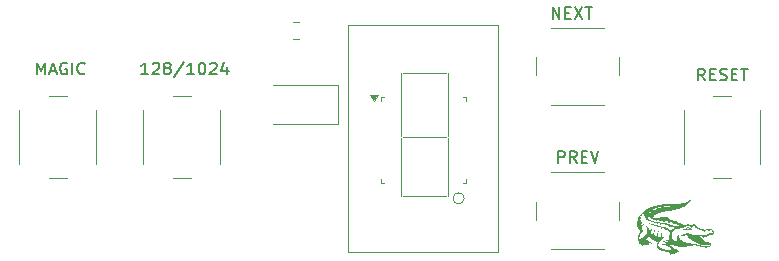
<source format=gbr>
G04 This is an RS-274x file exported by *
G04 gerbv version 2.10.0 *
G04 More information is available about gerbv at *
G04 https://gerbv.github.io/ *
G04 --End of header info--*
%MOIN*%
%FSLAX36Y36*%
%IPPOS*%
G04 --Define apertures--*
%ADD10C,0.0059*%
%ADD11C,0.0000*%
%ADD12C,0.0047*%
G04 --Start main section--*
G54D10*
G01X5065148Y-3147828D02*
G01X5042651Y-3147828D01*
G01X5053899Y-3147828D02*
G01X5053899Y-3108457D01*
G01X5053899Y-3108457D02*
G01X5050150Y-3114082D01*
G01X5050150Y-3114082D02*
G01X5046400Y-3117831D01*
G01X5046400Y-3117831D02*
G01X5042651Y-3119706D01*
G01X5080146Y-3112207D02*
G01X5082021Y-3110332D01*
G01X5082021Y-3110332D02*
G01X5085771Y-3108457D01*
G01X5085771Y-3108457D02*
G01X5095144Y-3108457D01*
G01X5095144Y-3108457D02*
G01X5098894Y-3110332D01*
G01X5098894Y-3110332D02*
G01X5100769Y-3112207D01*
G01X5100769Y-3112207D02*
G01X5102643Y-3115956D01*
G01X5102643Y-3115956D02*
G01X5102643Y-3119706D01*
G01X5102643Y-3119706D02*
G01X5100769Y-3125330D01*
G01X5100769Y-3125330D02*
G01X5078271Y-3147828D01*
G01X5078271Y-3147828D02*
G01X5102643Y-3147828D01*
G01X5125141Y-3125330D02*
G01X5121391Y-3123456D01*
G01X5121391Y-3123456D02*
G01X5119516Y-3121581D01*
G01X5119516Y-3121581D02*
G01X5117642Y-3117831D01*
G01X5117642Y-3117831D02*
G01X5117642Y-3115956D01*
G01X5117642Y-3115956D02*
G01X5119516Y-3112207D01*
G01X5119516Y-3112207D02*
G01X5121391Y-3110332D01*
G01X5121391Y-3110332D02*
G01X5125141Y-3108457D01*
G01X5125141Y-3108457D02*
G01X5132640Y-3108457D01*
G01X5132640Y-3108457D02*
G01X5136389Y-3110332D01*
G01X5136389Y-3110332D02*
G01X5138264Y-3112207D01*
G01X5138264Y-3112207D02*
G01X5140139Y-3115956D01*
G01X5140139Y-3115956D02*
G01X5140139Y-3117831D01*
G01X5140139Y-3117831D02*
G01X5138264Y-3121581D01*
G01X5138264Y-3121581D02*
G01X5136389Y-3123456D01*
G01X5136389Y-3123456D02*
G01X5132640Y-3125330D01*
G01X5132640Y-3125330D02*
G01X5125141Y-3125330D01*
G01X5125141Y-3125330D02*
G01X5121391Y-3127205D01*
G01X5121391Y-3127205D02*
G01X5119516Y-3129080D01*
G01X5119516Y-3129080D02*
G01X5117642Y-3132829D01*
G01X5117642Y-3132829D02*
G01X5117642Y-3140328D01*
G01X5117642Y-3140328D02*
G01X5119516Y-3144078D01*
G01X5119516Y-3144078D02*
G01X5121391Y-3145953D01*
G01X5121391Y-3145953D02*
G01X5125141Y-3147828D01*
G01X5125141Y-3147828D02*
G01X5132640Y-3147828D01*
G01X5132640Y-3147828D02*
G01X5136389Y-3145953D01*
G01X5136389Y-3145953D02*
G01X5138264Y-3144078D01*
G01X5138264Y-3144078D02*
G01X5140139Y-3140328D01*
G01X5140139Y-3140328D02*
G01X5140139Y-3132829D01*
G01X5140139Y-3132829D02*
G01X5138264Y-3129080D01*
G01X5138264Y-3129080D02*
G01X5136389Y-3127205D01*
G01X5136389Y-3127205D02*
G01X5132640Y-3125330D01*
G01X5185133Y-3106583D02*
G01X5151387Y-3157201D01*
G01X5218879Y-3147828D02*
G01X5196382Y-3147828D01*
G01X5207630Y-3147828D02*
G01X5207630Y-3108457D01*
G01X5207630Y-3108457D02*
G01X5203881Y-3114082D01*
G01X5203881Y-3114082D02*
G01X5200131Y-3117831D01*
G01X5200131Y-3117831D02*
G01X5196382Y-3119706D01*
G01X5243251Y-3108457D02*
G01X5247000Y-3108457D01*
G01X5247000Y-3108457D02*
G01X5250750Y-3110332D01*
G01X5250750Y-3110332D02*
G01X5252625Y-3112207D01*
G01X5252625Y-3112207D02*
G01X5254499Y-3115956D01*
G01X5254499Y-3115956D02*
G01X5256374Y-3123456D01*
G01X5256374Y-3123456D02*
G01X5256374Y-3132829D01*
G01X5256374Y-3132829D02*
G01X5254499Y-3140328D01*
G01X5254499Y-3140328D02*
G01X5252625Y-3144078D01*
G01X5252625Y-3144078D02*
G01X5250750Y-3145953D01*
G01X5250750Y-3145953D02*
G01X5247000Y-3147828D01*
G01X5247000Y-3147828D02*
G01X5243251Y-3147828D01*
G01X5243251Y-3147828D02*
G01X5239501Y-3145953D01*
G01X5239501Y-3145953D02*
G01X5237627Y-3144078D01*
G01X5237627Y-3144078D02*
G01X5235752Y-3140328D01*
G01X5235752Y-3140328D02*
G01X5233877Y-3132829D01*
G01X5233877Y-3132829D02*
G01X5233877Y-3123456D01*
G01X5233877Y-3123456D02*
G01X5235752Y-3115956D01*
G01X5235752Y-3115956D02*
G01X5237627Y-3112207D01*
G01X5237627Y-3112207D02*
G01X5239501Y-3110332D01*
G01X5239501Y-3110332D02*
G01X5243251Y-3108457D01*
G01X5271372Y-3112207D02*
G01X5273247Y-3110332D01*
G01X5273247Y-3110332D02*
G01X5276997Y-3108457D01*
G01X5276997Y-3108457D02*
G01X5286370Y-3108457D01*
G01X5286370Y-3108457D02*
G01X5290120Y-3110332D01*
G01X5290120Y-3110332D02*
G01X5291995Y-3112207D01*
G01X5291995Y-3112207D02*
G01X5293869Y-3115956D01*
G01X5293869Y-3115956D02*
G01X5293869Y-3119706D01*
G01X5293869Y-3119706D02*
G01X5291995Y-3125330D01*
G01X5291995Y-3125330D02*
G01X5269498Y-3147828D01*
G01X5269498Y-3147828D02*
G01X5293869Y-3147828D01*
G01X5327615Y-3121581D02*
G01X5327615Y-3147828D01*
G01X5318241Y-3106583D02*
G01X5308868Y-3134704D01*
G01X5308868Y-3134704D02*
G01X5333240Y-3134704D01*
G01X4694882Y-3147828D02*
G01X4694882Y-3108457D01*
G01X4694882Y-3108457D02*
G01X4708005Y-3136579D01*
G01X4708005Y-3136579D02*
G01X4721129Y-3108457D01*
G01X4721129Y-3108457D02*
G01X4721129Y-3147828D01*
G01X4738001Y-3136579D02*
G01X4756749Y-3136579D01*
G01X4734252Y-3147828D02*
G01X4747375Y-3108457D01*
G01X4747375Y-3108457D02*
G01X4760499Y-3147828D01*
G01X4794244Y-3110332D02*
G01X4790495Y-3108457D01*
G01X4790495Y-3108457D02*
G01X4784871Y-3108457D01*
G01X4784871Y-3108457D02*
G01X4779246Y-3110332D01*
G01X4779246Y-3110332D02*
G01X4775497Y-3114082D01*
G01X4775497Y-3114082D02*
G01X4773622Y-3117831D01*
G01X4773622Y-3117831D02*
G01X4771747Y-3125330D01*
G01X4771747Y-3125330D02*
G01X4771747Y-3130955D01*
G01X4771747Y-3130955D02*
G01X4773622Y-3138454D01*
G01X4773622Y-3138454D02*
G01X4775497Y-3142203D01*
G01X4775497Y-3142203D02*
G01X4779246Y-3145953D01*
G01X4779246Y-3145953D02*
G01X4784871Y-3147828D01*
G01X4784871Y-3147828D02*
G01X4788620Y-3147828D01*
G01X4788620Y-3147828D02*
G01X4794244Y-3145953D01*
G01X4794244Y-3145953D02*
G01X4796119Y-3144078D01*
G01X4796119Y-3144078D02*
G01X4796119Y-3130955D01*
G01X4796119Y-3130955D02*
G01X4788620Y-3130955D01*
G01X4812992Y-3147828D02*
G01X4812992Y-3108457D01*
G01X4854237Y-3144078D02*
G01X4852362Y-3145953D01*
G01X4852362Y-3145953D02*
G01X4846738Y-3147828D01*
G01X4846738Y-3147828D02*
G01X4842988Y-3147828D01*
G01X4842988Y-3147828D02*
G01X4837364Y-3145953D01*
G01X4837364Y-3145953D02*
G01X4833615Y-3142203D01*
G01X4833615Y-3142203D02*
G01X4831740Y-3138454D01*
G01X4831740Y-3138454D02*
G01X4829865Y-3130955D01*
G01X4829865Y-3130955D02*
G01X4829865Y-3125330D01*
G01X4829865Y-3125330D02*
G01X4831740Y-3117831D01*
G01X4831740Y-3117831D02*
G01X4833615Y-3114082D01*
G01X4833615Y-3114082D02*
G01X4837364Y-3110332D01*
G01X4837364Y-3110332D02*
G01X4842988Y-3108457D01*
G01X4842988Y-3108457D02*
G01X4846738Y-3108457D01*
G01X4846738Y-3108457D02*
G01X4852362Y-3110332D01*
G01X4852362Y-3110332D02*
G01X4854237Y-3112207D01*
G01X6921166Y-3167513D02*
G01X6908043Y-3148765D01*
G01X6898669Y-3167513D02*
G01X6898669Y-3128142D01*
G01X6898669Y-3128142D02*
G01X6913667Y-3128142D01*
G01X6913667Y-3128142D02*
G01X6917417Y-3130017D01*
G01X6917417Y-3130017D02*
G01X6919291Y-3131892D01*
G01X6919291Y-3131892D02*
G01X6921166Y-3135642D01*
G01X6921166Y-3135642D02*
G01X6921166Y-3141266D01*
G01X6921166Y-3141266D02*
G01X6919291Y-3145015D01*
G01X6919291Y-3145015D02*
G01X6917417Y-3146890D01*
G01X6917417Y-3146890D02*
G01X6913667Y-3148765D01*
G01X6913667Y-3148765D02*
G01X6898669Y-3148765D01*
G01X6938039Y-3146890D02*
G01X6951162Y-3146890D01*
G01X6956787Y-3167513D02*
G01X6938039Y-3167513D01*
G01X6938039Y-3167513D02*
G01X6938039Y-3128142D01*
G01X6938039Y-3128142D02*
G01X6956787Y-3128142D01*
G01X6971785Y-3165638D02*
G01X6977409Y-3167513D01*
G01X6977409Y-3167513D02*
G01X6986783Y-3167513D01*
G01X6986783Y-3167513D02*
G01X6990532Y-3165638D01*
G01X6990532Y-3165638D02*
G01X6992407Y-3163763D01*
G01X6992407Y-3163763D02*
G01X6994282Y-3160013D01*
G01X6994282Y-3160013D02*
G01X6994282Y-3156264D01*
G01X6994282Y-3156264D02*
G01X6992407Y-3152514D01*
G01X6992407Y-3152514D02*
G01X6990532Y-3150640D01*
G01X6990532Y-3150640D02*
G01X6986783Y-3148765D01*
G01X6986783Y-3148765D02*
G01X6979284Y-3146890D01*
G01X6979284Y-3146890D02*
G01X6975534Y-3145015D01*
G01X6975534Y-3145015D02*
G01X6973660Y-3143141D01*
G01X6973660Y-3143141D02*
G01X6971785Y-3139391D01*
G01X6971785Y-3139391D02*
G01X6971785Y-3135642D01*
G01X6971785Y-3135642D02*
G01X6973660Y-3131892D01*
G01X6973660Y-3131892D02*
G01X6975534Y-3130017D01*
G01X6975534Y-3130017D02*
G01X6979284Y-3128142D01*
G01X6979284Y-3128142D02*
G01X6988658Y-3128142D01*
G01X6988658Y-3128142D02*
G01X6994282Y-3130017D01*
G01X7011155Y-3146890D02*
G01X7024278Y-3146890D01*
G01X7029902Y-3167513D02*
G01X7011155Y-3167513D01*
G01X7011155Y-3167513D02*
G01X7011155Y-3128142D01*
G01X7011155Y-3128142D02*
G01X7029902Y-3128142D01*
G01X7041151Y-3128142D02*
G01X7063648Y-3128142D01*
G01X7052400Y-3167513D02*
G01X7052400Y-3128142D01*
G01X6431384Y-3443103D02*
G01X6431384Y-3403733D01*
G01X6431384Y-3403733D02*
G01X6446382Y-3403733D01*
G01X6446382Y-3403733D02*
G01X6450131Y-3405608D01*
G01X6450131Y-3405608D02*
G01X6452006Y-3407483D01*
G01X6452006Y-3407483D02*
G01X6453881Y-3411232D01*
G01X6453881Y-3411232D02*
G01X6453881Y-3416856D01*
G01X6453881Y-3416856D02*
G01X6452006Y-3420606D01*
G01X6452006Y-3420606D02*
G01X6450131Y-3422481D01*
G01X6450131Y-3422481D02*
G01X6446382Y-3424355D01*
G01X6446382Y-3424355D02*
G01X6431384Y-3424355D01*
G01X6493251Y-3443103D02*
G01X6480127Y-3424355D01*
G01X6470754Y-3443103D02*
G01X6470754Y-3403733D01*
G01X6470754Y-3403733D02*
G01X6485752Y-3403733D01*
G01X6485752Y-3403733D02*
G01X6489501Y-3405608D01*
G01X6489501Y-3405608D02*
G01X6491376Y-3407483D01*
G01X6491376Y-3407483D02*
G01X6493251Y-3411232D01*
G01X6493251Y-3411232D02*
G01X6493251Y-3416856D01*
G01X6493251Y-3416856D02*
G01X6491376Y-3420606D01*
G01X6491376Y-3420606D02*
G01X6489501Y-3422481D01*
G01X6489501Y-3422481D02*
G01X6485752Y-3424355D01*
G01X6485752Y-3424355D02*
G01X6470754Y-3424355D01*
G01X6510124Y-3422481D02*
G01X6523247Y-3422481D01*
G01X6528871Y-3443103D02*
G01X6510124Y-3443103D01*
G01X6510124Y-3443103D02*
G01X6510124Y-3403733D01*
G01X6510124Y-3403733D02*
G01X6528871Y-3403733D01*
G01X6540120Y-3403733D02*
G01X6553243Y-3443103D01*
G01X6553243Y-3443103D02*
G01X6566367Y-3403733D01*
G01X6413573Y-2962788D02*
G01X6413573Y-2923418D01*
G01X6413573Y-2923418D02*
G01X6436070Y-2962788D01*
G01X6436070Y-2962788D02*
G01X6436070Y-2923418D01*
G01X6454818Y-2942166D02*
G01X6467941Y-2942166D01*
G01X6473566Y-2962788D02*
G01X6454818Y-2962788D01*
G01X6454818Y-2962788D02*
G01X6454818Y-2923418D01*
G01X6454818Y-2923418D02*
G01X6473566Y-2923418D01*
G01X6486689Y-2923418D02*
G01X6512936Y-2962788D01*
G01X6512936Y-2923418D02*
G01X6486689Y-2962788D01*
G01X6522310Y-2923418D02*
G01X6544807Y-2923418D01*
G01X6533558Y-2962788D02*
G01X6533558Y-2923418D01*
G54D11*
G36*
G01X6874306Y-3565092D02*
G01X6873547Y-3566489D01*
G01X6872469Y-3568285D01*
G01X6871223Y-3570229D01*
G01X6869963Y-3572071D01*
G01X6869614Y-3572553D01*
G01X6867771Y-3574789D01*
G01X6865321Y-3577383D01*
G01X6862552Y-3580055D01*
G01X6859752Y-3582529D01*
G01X6857295Y-3584462D01*
G01X6854438Y-3586301D01*
G01X6850787Y-3588297D01*
G01X6846609Y-3590317D01*
G01X6842168Y-3592229D01*
G01X6840414Y-3592919D01*
G01X6835255Y-3594680D01*
G01X6829035Y-3596424D01*
G01X6821789Y-3598143D01*
G01X6813553Y-3599829D01*
G01X6804363Y-3601472D01*
G01X6803386Y-3601635D01*
G01X6799072Y-3602362D01*
G01X6794789Y-3603108D01*
G01X6790750Y-3603834D01*
G01X6787173Y-3604500D01*
G01X6784272Y-3605067D01*
G01X6782437Y-3605455D01*
G01X6776846Y-3606909D01*
G01X6771218Y-3608719D01*
G01X6765767Y-3610795D01*
G01X6760707Y-3613047D01*
G01X6756254Y-3615385D01*
G01X6752621Y-3617719D01*
G01X6751843Y-3618309D01*
G01X6750232Y-3619788D01*
G01X6748801Y-3621463D01*
G01X6747699Y-3623107D01*
G01X6747073Y-3624493D01*
G01X6747073Y-3625394D01*
G01X6747148Y-3625485D01*
G01X6747890Y-3625874D01*
G01X6749323Y-3626436D01*
G01X6750570Y-3626864D01*
G01X6752768Y-3627388D01*
G01X6755248Y-3627580D01*
G01X6758171Y-3627427D01*
G01X6761698Y-3626914D01*
G01X6765988Y-3626029D01*
G01X6769100Y-3625288D01*
G01X6775590Y-3623809D01*
G01X6781168Y-3622817D01*
G01X6785904Y-3622307D01*
G01X6789865Y-3622275D01*
G01X6793122Y-3622717D01*
G01X6795744Y-3623630D01*
G01X6795887Y-3623702D01*
G01X6797185Y-3624589D01*
G01X6798926Y-3626081D01*
G01X6800847Y-3627941D01*
G01X6802122Y-3629296D01*
G01X6804013Y-3631269D01*
G01X6805899Y-3633032D01*
G01X6807519Y-3634350D01*
G01X6808337Y-3634873D01*
G01X6810522Y-3635988D01*
G01X6810142Y-3633739D01*
G01X6809762Y-3631490D01*
G01X6812789Y-3632829D01*
G01X6814581Y-3633719D01*
G01X6816664Y-3634899D01*
G01X6818781Y-3636205D01*
G01X6820676Y-3637473D01*
G01X6822094Y-3638539D01*
G01X6822753Y-3639199D01*
G01X6823548Y-3639706D01*
G01X6823884Y-3639750D01*
G01X6824443Y-3639343D01*
G01X6824666Y-3638037D01*
G01X6824675Y-3637556D01*
G01X6824789Y-3636181D01*
G01X6825074Y-3635417D01*
G01X6825189Y-3635361D01*
G01X6825875Y-3635687D01*
G01X6827187Y-3636555D01*
G01X6828912Y-3637802D01*
G01X6830837Y-3639265D01*
G01X6832747Y-3640781D01*
G01X6834429Y-3642186D01*
G01X6835670Y-3643318D01*
G01X6835867Y-3643519D01*
G01X6837141Y-3644645D01*
G01X6837944Y-3644798D01*
G01X6838332Y-3643967D01*
G01X6838388Y-3643041D01*
G01X6838559Y-3641787D01*
G01X6838932Y-3641124D01*
G01X6839722Y-3641227D01*
G01X6841146Y-3641988D01*
G01X6843047Y-3643301D01*
G01X6845272Y-3645063D01*
G01X6846981Y-3646545D01*
G01X6848545Y-3647895D01*
G01X6849723Y-3648653D01*
G01X6850918Y-3648989D01*
G01X6852533Y-3649073D01*
G01X6853005Y-3649075D01*
G01X6855886Y-3648809D01*
G01X6858714Y-3648117D01*
G01X6859102Y-3647978D01*
G01X6862118Y-3647112D01*
G01X6864896Y-3647010D01*
G01X6867839Y-3647682D01*
G01X6869381Y-3648263D01*
G01X6871632Y-3649122D01*
G01X6873342Y-3649505D01*
G01X6874932Y-3649411D01*
G01X6876827Y-3648841D01*
G01X6878327Y-3648252D01*
G01X6881495Y-3647280D01*
G01X6884580Y-3646903D01*
G01X6887279Y-3647137D01*
G01X6888745Y-3647657D01*
G01X6890675Y-3649062D01*
G01X6892846Y-3651326D01*
G01X6895104Y-3654286D01*
G01X6895430Y-3654765D01*
G01X6896502Y-3656125D01*
G01X6897847Y-3657330D01*
G01X6899618Y-3658462D01*
G01X6901965Y-3659600D01*
G01X6905041Y-3660827D01*
G01X6908995Y-3662223D01*
G01X6909994Y-3662559D01*
G01X6914027Y-3663803D01*
G01X6917328Y-3664552D01*
G01X6920131Y-3664826D01*
G01X6922673Y-3664645D01*
G01X6925188Y-3664030D01*
G01X6925566Y-3663906D01*
G01X6928148Y-3663178D01*
G01X6930276Y-3662961D01*
G01X6931688Y-3663069D01*
G01X6933657Y-3663188D01*
G01X6935092Y-3662836D01*
G01X6935771Y-3662454D01*
G01X6937793Y-3661681D01*
G01X6940279Y-3661506D01*
G01X6942777Y-3661924D01*
G01X6944301Y-3662570D01*
G01X6945778Y-3663790D01*
G01X6947062Y-3665433D01*
G01X6947275Y-3665813D01*
G01X6948265Y-3667426D01*
G01X6949359Y-3668755D01*
G01X6949617Y-3668991D01*
G01X6951408Y-3671152D01*
G01X6952358Y-3673893D01*
G01X6952486Y-3675443D01*
G01X6952349Y-3676977D01*
G01X6951795Y-3678215D01*
G01X6950610Y-3679601D01*
G01X6950356Y-3679858D01*
G01X6949266Y-3680910D01*
G01X6948369Y-3681542D01*
G01X6947335Y-3681861D01*
G01X6945834Y-3681974D01*
G01X6943785Y-3681988D01*
G01X6941020Y-3682082D01*
G01X6938793Y-3682434D01*
G01X6936555Y-3683145D01*
G01X6935680Y-3683492D01*
G01X6933570Y-3684486D01*
G01X6932198Y-3685403D01*
G01X6931757Y-3685991D01*
G01X6931213Y-3686697D01*
G01X6930740Y-3686696D01*
G01X6929703Y-3686690D01*
G01X6928628Y-3687023D01*
G01X6927653Y-3687724D01*
G01X6927555Y-3688742D01*
G01X6927597Y-3688928D01*
G01X6927632Y-3689968D01*
G01X6927261Y-3690216D01*
G01X6926592Y-3689760D01*
G01X6926337Y-3689203D01*
G01X6925723Y-3688462D01*
G01X6924744Y-3688385D01*
G01X6923827Y-3688875D01*
G01X6923396Y-3689834D01*
G01X6923396Y-3689869D01*
G01X6923318Y-3690676D01*
G01X6922967Y-3690482D01*
G01X6922649Y-3690079D01*
G01X6921569Y-3689363D01*
G01X6920274Y-3689119D01*
G01X6919137Y-3689231D01*
G01X6918803Y-3689755D01*
G01X6918890Y-3690490D01*
G01X6918894Y-3691511D01*
G01X6918576Y-3691862D01*
G01X6918103Y-3691387D01*
G01X6917827Y-3690353D01*
G01X6917477Y-3689223D01*
G01X6916587Y-3688854D01*
G01X6916287Y-3688845D01*
G01X6915231Y-3689097D01*
G01X6914683Y-3690054D01*
G01X6914577Y-3690490D01*
G01X6914234Y-3692136D01*
G01X6913819Y-3690360D01*
G01X6913333Y-3689233D01*
G01X6912369Y-3688410D01*
G01X6910760Y-3687821D01*
G01X6908338Y-3687396D01*
G01X6906134Y-3687165D01*
G01X6904336Y-3687018D01*
G01X6903481Y-3687022D01*
G01X6903420Y-3687231D01*
G01X6904004Y-3687697D01*
G01X6904214Y-3687846D01*
G01X6905112Y-3688579D01*
G01X6906606Y-3689903D01*
G01X6908502Y-3691642D01*
G01X6910608Y-3693622D01*
G01X6911071Y-3694063D01*
G01X6914423Y-3697189D01*
G01X6917308Y-3699679D01*
G01X6919976Y-3701724D01*
G01X6922681Y-3703518D01*
G01X6925672Y-3705252D01*
G01X6925744Y-3705291D01*
G01X6927858Y-3706362D01*
G01X6929094Y-3706776D01*
G01X6929459Y-3706586D01*
G01X6929740Y-3706448D01*
G01X6930413Y-3707079D01*
G01X6930524Y-3707219D01*
G01X6931576Y-3708589D01*
G01X6932101Y-3707219D01*
G01X6932625Y-3705850D01*
G01X6933217Y-3707358D01*
G01X6933808Y-3708569D01*
G01X6934293Y-3708728D01*
G01X6934791Y-3707857D01*
G01X6934867Y-3707658D01*
G01X6935202Y-3706899D01*
G01X6935518Y-3706970D01*
G01X6936047Y-3707949D01*
G01X6936106Y-3708069D01*
G01X6937064Y-3709321D01*
G01X6937960Y-3709593D01*
G01X6939074Y-3709959D01*
G01X6940347Y-3711029D01*
G01X6941502Y-3712500D01*
G01X6942261Y-3714068D01*
G01X6942344Y-3714378D01*
G01X6942300Y-3716548D01*
G01X6941279Y-3718601D01*
G01X6939401Y-3720469D01*
G01X6936784Y-3722085D01*
G01X6933548Y-3723379D01*
G01X6929812Y-3724284D01*
G01X6925695Y-3724732D01*
G01X6924170Y-3724768D01*
G01X6922644Y-3724729D01*
G01X6921010Y-3724587D01*
G01X6919117Y-3724314D01*
G01X6916815Y-3723879D01*
G01X6913952Y-3723254D01*
G01X6910378Y-3722410D01*
G01X6905941Y-3721316D01*
G01X6904422Y-3720936D01*
G01X6900413Y-3719944D01*
G01X6896681Y-3719047D01*
G01X6893377Y-3718280D01*
G01X6890656Y-3717677D01*
G01X6888668Y-3717273D01*
G01X6887567Y-3717102D01*
G01X6887483Y-3717098D01*
G01X6886492Y-3717191D01*
G01X6884592Y-3717450D01*
G01X6881957Y-3717849D01*
G01X6878756Y-3718362D01*
G01X6875164Y-3718962D01*
G01X6872672Y-3719390D01*
G01X6868502Y-3720110D01*
G01X6865154Y-3720661D01*
G01X6862370Y-3721066D01*
G01X6859894Y-3721348D01*
G01X6857466Y-3721528D01*
G01X6854830Y-3721631D01*
G01X6851728Y-3721679D01*
G01X6847902Y-3721694D01*
G01X6846616Y-3721696D01*
G01X6842445Y-3721694D01*
G01X6839165Y-3721666D01*
G01X6836571Y-3721598D01*
G01X6834457Y-3721471D01*
G01X6832616Y-3721272D01*
G01X6830844Y-3720983D01*
G01X6828935Y-3720588D01*
G01X6827143Y-3720179D01*
G01X6824205Y-3719444D01*
G01X6821299Y-3718627D01*
G01X6818792Y-3717838D01*
G01X6817269Y-3717277D01*
G01X6815490Y-3716570D01*
G01X6814094Y-3716076D01*
G01X6813429Y-3715910D01*
G01X6812358Y-3716026D01*
G01X6810782Y-3716315D01*
G01X6809033Y-3716701D01*
G01X6807441Y-3717107D01*
G01X6806335Y-3717455D01*
G01X6806024Y-3717639D01*
G01X6806471Y-3718068D01*
G01X6807591Y-3718723D01*
G01X6808081Y-3718966D01*
G01X6810351Y-3720199D01*
G01X6813084Y-3721915D01*
G01X6815924Y-3723869D01*
G01X6818509Y-3725820D01*
G01X6819805Y-3726901D01*
G01X6822635Y-3728854D01*
G01X6824999Y-3729762D01*
G01X6828923Y-3731139D01*
G01X6832181Y-3733143D01*
G01X6834625Y-3735672D01*
G01X6835418Y-3736952D01*
G01X6836087Y-3738438D01*
G01X6836064Y-3739146D01*
G01X6835305Y-3739184D01*
G01X6834599Y-3738972D01*
G01X6832941Y-3738640D01*
G01X6831051Y-3738578D01*
G01X6830896Y-3738589D01*
G01X6829523Y-3738796D01*
G01X6828984Y-3739225D01*
G01X6828980Y-3739859D01*
G01X6829161Y-3741080D01*
G01X6829385Y-3742811D01*
G01X6829457Y-3743418D01*
G01X6829743Y-3745880D01*
G01X6827186Y-3743524D01*
G01X6825642Y-3742195D01*
G01X6824479Y-3741512D01*
G01X6823344Y-3741306D01*
G01X6822595Y-3741336D01*
G01X6820561Y-3741505D01*
G01X6820219Y-3744680D01*
G01X6819986Y-3746445D01*
G01X6819734Y-3747726D01*
G01X6819567Y-3748166D01*
G01X6819065Y-3747974D01*
G01X6818122Y-3747140D01*
G01X6817449Y-3746418D01*
G01X6815656Y-3744771D01*
G01X6813647Y-3743529D01*
G01X6811795Y-3742909D01*
G01X6811367Y-3742876D01*
G01X6810760Y-3743333D01*
G01X6809915Y-3744521D01*
G01X6809161Y-3745893D01*
G01X6808164Y-3747686D01*
G01X6807336Y-3748718D01*
G01X6806770Y-3748908D01*
G01X6806559Y-3748225D01*
G01X6806151Y-3747100D01*
G01X6805110Y-3745558D01*
G01X6803665Y-3743861D01*
G01X6802043Y-3742273D01*
G01X6800472Y-3741056D01*
G01X6800227Y-3740906D01*
G01X6798700Y-3740160D01*
G01X6796749Y-3739509D01*
G01X6794160Y-3738895D01*
G01X6790719Y-3738258D01*
G01X6790187Y-3738169D01*
G01X6783252Y-3736741D01*
G01X6777318Y-3734919D01*
G01X6772358Y-3732684D01*
G01X6768341Y-3730019D01*
G01X6765239Y-3726907D01*
G01X6763024Y-3723330D01*
G01X6762078Y-3720852D01*
G01X6761347Y-3717632D01*
G01X6761291Y-3714677D01*
G01X6761931Y-3711582D01*
G01X6762746Y-3709270D01*
G01X6763396Y-3707283D01*
G01X6763429Y-3706097D01*
G01X6762839Y-3705601D01*
G01X6762519Y-3705570D01*
G01X6761799Y-3705341D01*
G01X6760307Y-3704717D01*
G01X6758257Y-3703794D01*
G01X6755860Y-3702662D01*
G01X6755665Y-3702569D01*
G01X6748237Y-3698599D01*
G01X6741060Y-3694035D01*
G01X6736419Y-3690627D01*
G01X6734578Y-3689250D01*
G01X6733394Y-3688545D01*
G01X6732721Y-3688435D01*
G01X6732491Y-3688640D01*
G01X6731987Y-3689382D01*
G01X6730977Y-3690759D01*
G01X6729629Y-3692544D01*
G01X6728727Y-3693719D01*
G01X6727313Y-3695591D01*
G01X6726196Y-3697150D01*
G01X6725521Y-3698189D01*
G01X6725388Y-3698486D01*
G01X6725919Y-3699276D01*
G01X6727470Y-3700211D01*
G01X6729980Y-3701258D01*
G01X6732204Y-3702018D01*
G01X6736227Y-3703624D01*
G01X6739507Y-3705597D01*
G01X6741912Y-3707850D01*
G01X6742928Y-3709389D01*
G01X6743606Y-3710838D01*
G01X6743999Y-3711906D01*
G01X6744038Y-3712132D01*
G01X6743600Y-3712194D01*
G01X6742452Y-3711810D01*
G01X6740884Y-3711082D01*
G01X6738310Y-3709872D01*
G01X6736606Y-3709326D01*
G01X6735772Y-3709446D01*
G01X6735702Y-3709913D01*
G01X6735836Y-3710834D01*
G01X6736023Y-3712477D01*
G01X6736204Y-3714289D01*
G01X6736541Y-3717894D01*
G01X6734738Y-3716377D01*
G01X6732734Y-3714915D01*
G01X6730732Y-3713834D01*
G01X6728934Y-3713198D01*
G01X6727542Y-3713070D01*
G01X6726758Y-3713517D01*
G01X6726667Y-3713804D01*
G01X6726531Y-3714817D01*
G01X6726316Y-3716435D01*
G01X6726207Y-3717266D01*
G01X6725859Y-3719906D01*
G01X6723492Y-3717724D01*
G01X6721295Y-3715908D01*
G01X6719226Y-3714577D01*
G01X6717526Y-3713876D01*
G01X6716979Y-3713804D01*
G01X6716367Y-3714293D01*
G01X6715598Y-3715606D01*
G01X6714965Y-3717095D01*
G01X6714283Y-3718785D01*
G01X6713710Y-3719969D01*
G01X6713390Y-3720374D01*
G01X6712919Y-3719949D01*
G01X6712076Y-3718868D01*
G01X6711400Y-3717895D01*
G01X6710280Y-3716436D01*
G01X6708621Y-3714534D01*
G01X6706691Y-3712492D01*
G01X6705566Y-3711374D01*
G01X6702766Y-3708413D01*
G01X6700756Y-3705741D01*
G01X6700002Y-3704390D01*
G01X6698245Y-3699437D01*
G01X6697567Y-3694354D01*
G01X6697942Y-3689493D01*
G01X6702982Y-3689493D01*
G01X6702985Y-3693587D01*
G01X6703951Y-3697326D01*
G01X6704943Y-3699774D01*
G01X6705921Y-3697875D01*
G01X6707214Y-3695663D01*
G01X6708725Y-3693760D01*
G01X6710677Y-3691943D01*
G01X6713290Y-3689992D01*
G01X6714908Y-3688902D01*
G01X6719238Y-3685779D01*
G01X6722639Y-3682689D01*
G01X6725261Y-3679472D01*
G01X6727206Y-3676076D01*
G01X6727986Y-3674355D01*
G01X6728491Y-3672923D01*
G01X6728782Y-3671454D01*
G01X6728916Y-3669621D01*
G01X6728952Y-3667096D01*
G01X6728953Y-3666354D01*
G01X6728929Y-3663599D01*
G01X6728824Y-3661646D01*
G01X6728589Y-3660198D01*
G01X6728175Y-3658960D01*
G01X6727534Y-3657638D01*
G01X6727502Y-3657577D01*
G01X6726404Y-3655713D01*
G01X6725218Y-3654011D01*
G01X6724648Y-3653326D01*
G01X6723834Y-3652322D01*
G01X6723828Y-3651911D01*
G01X6724660Y-3652094D01*
G01X6726363Y-3652875D01*
G01X6727688Y-3653564D01*
G01X6731243Y-3656070D01*
G01X6734145Y-3659421D01*
G01X6736350Y-3663551D01*
G01X6737816Y-3668391D01*
G01X6738029Y-3669508D01*
G01X6738368Y-3671353D01*
G01X6738654Y-3672679D01*
G01X6738826Y-3673210D01*
G01X6738830Y-3673211D01*
G01X6739057Y-3672729D01*
G01X6739502Y-3671460D01*
G01X6740071Y-3669668D01*
G01X6740123Y-3669497D01*
G01X6740885Y-3667473D01*
G01X6741950Y-3665260D01*
G01X6743164Y-3663115D01*
G01X6744375Y-3661293D01*
G01X6745430Y-3660051D01*
G01X6745993Y-3659664D01*
G01X6746052Y-3660020D01*
G01X6745687Y-3661133D01*
G01X6744975Y-3662786D01*
G01X6744744Y-3663274D01*
G01X6743650Y-3665883D01*
G01X6742636Y-3668871D01*
G01X6742009Y-3671229D01*
G01X6741556Y-3673589D01*
G01X6741511Y-3675223D01*
G01X6742014Y-3676420D01*
G01X6743200Y-3677469D01*
G01X6745209Y-3678658D01*
G01X6745679Y-3678915D01*
G01X6748393Y-3680392D01*
G01X6748736Y-3678859D01*
G01X6749742Y-3674866D01*
G01X6750811Y-3671698D01*
G01X6752046Y-3669080D01*
G01X6752806Y-3667815D01*
G01X6754309Y-3665599D01*
G01X6755333Y-3664312D01*
G01X6755864Y-3663959D01*
G01X6755885Y-3664544D01*
G01X6755382Y-3666072D01*
G01X6754946Y-3667151D01*
G01X6753901Y-3669890D01*
G01X6752919Y-3672907D01*
G01X6752085Y-3675899D01*
G01X6751479Y-3678565D01*
G01X6751185Y-3680601D01*
G01X6751169Y-3681010D01*
G01X6751259Y-3681836D01*
G01X6751660Y-3682493D01*
G01X6752575Y-3683150D01*
G01X6754205Y-3683976D01*
G01X6755314Y-3684487D01*
G01X6757316Y-3685363D01*
G01X6758982Y-3686023D01*
G01X6760025Y-3686356D01*
G01X6760173Y-3686376D01*
G01X6760688Y-3685840D01*
G01X6761085Y-3684271D01*
G01X6761222Y-3683222D01*
G01X6762150Y-3678220D01*
G01X6763846Y-3673826D01*
G01X6765272Y-3671372D01*
G01X6766569Y-3669512D01*
G01X6767413Y-3668536D01*
G01X6767770Y-3668456D01*
G01X6767607Y-3669284D01*
G01X6767028Y-3670725D01*
G01X6765884Y-3673822D01*
G01X6764865Y-3677497D01*
G01X6764096Y-3681233D01*
G01X6763707Y-3684456D01*
G01X6763512Y-3687748D01*
G01X6766254Y-3688647D01*
G01X6768389Y-3689269D01*
G01X6770552Y-3689784D01*
G01X6771289Y-3689923D01*
G01X6773580Y-3690299D01*
G01X6773894Y-3687652D01*
G01X6774504Y-3683422D01*
G01X6775244Y-3680059D01*
G01X6776172Y-3677334D01*
G01X6776673Y-3676239D01*
G01X6777517Y-3674677D01*
G01X6778406Y-3673233D01*
G01X6779212Y-3672077D01*
G01X6779808Y-3671380D01*
G01X6780068Y-3671314D01*
G01X6779944Y-3671840D01*
G01X6779139Y-3674330D01*
G01X6778378Y-3677183D01*
G01X6777700Y-3680191D01*
G01X6777140Y-3683144D01*
G01X6776735Y-3685835D01*
G01X6776522Y-3688054D01*
G01X6776536Y-3689592D01*
G01X6776738Y-3690195D01*
G01X6777434Y-3690254D01*
G01X6778960Y-3690066D01*
G01X6781085Y-3689668D01*
G01X6783397Y-3689143D01*
G01X6785817Y-3688562D01*
G01X6787791Y-3688111D01*
G01X6789111Y-3687836D01*
G01X6789568Y-3687781D01*
G01X6789145Y-3688127D01*
G01X6788080Y-3688823D01*
G01X6787511Y-3689172D01*
G01X6785473Y-3690533D01*
G01X6782933Y-3692422D01*
G01X6780177Y-3694607D01*
G01X6777491Y-3696854D01*
G01X6775164Y-3698931D01*
G01X6773616Y-3700457D01*
G01X6770653Y-3703995D01*
G01X6768342Y-3707506D01*
G01X6766772Y-3710828D01*
G01X6766029Y-3713801D01*
G01X6765980Y-3714663D01*
G01X6766447Y-3717059D01*
G01X6767757Y-3719684D01*
G01X6769773Y-3722270D01*
G01X6769983Y-3722490D01*
G01X6773236Y-3725137D01*
G01X6777515Y-3727423D01*
G01X6782822Y-3729349D01*
G01X6789163Y-3730917D01*
G01X6791457Y-3731352D01*
G01X6794979Y-3732095D01*
G01X6797811Y-3732941D01*
G01X6799584Y-3733732D01*
G01X6800991Y-3734530D01*
G01X6801972Y-3735045D01*
G01X6802207Y-3735142D01*
G01X6802716Y-3734810D01*
G01X6803744Y-3733892D01*
G01X6804895Y-3732761D01*
G01X6806448Y-3731332D01*
G01X6807970Y-3730176D01*
G01X6808849Y-3729677D01*
G01X6809945Y-3729094D01*
G01X6810412Y-3728590D01*
G01X6810412Y-3728583D01*
G01X6809964Y-3728036D01*
G01X6808745Y-3727073D01*
G01X6806939Y-3725812D01*
G01X6804733Y-3724374D01*
G01X6802314Y-3722876D01*
G01X6799867Y-3721438D01*
G01X6797579Y-3720178D01*
G01X6796024Y-3719395D01*
G01X6791752Y-3717476D01*
G01X6788212Y-3716136D01*
G01X6785235Y-3715326D01*
G01X6782653Y-3714997D01*
G01X6780948Y-3715031D01*
G01X6779003Y-3715253D01*
G01X6777374Y-3715542D01*
G01X6776677Y-3715740D01*
G01X6775940Y-3716001D01*
G01X6775977Y-3715754D01*
G01X6776579Y-3715044D01*
G01X6778501Y-3713539D01*
G01X6781122Y-3712410D01*
G01X6784074Y-3711783D01*
G01X6786429Y-3711727D01*
G01X6788287Y-3711816D01*
G01X6789392Y-3711686D01*
G01X6790080Y-3711245D01*
G01X6790544Y-3710630D01*
G01X6791082Y-3709641D01*
G01X6790898Y-3708977D01*
G01X6790080Y-3708277D01*
G01X6788872Y-3707451D01*
G01X6787134Y-3706374D01*
G01X6785728Y-3705557D01*
G01X6782711Y-3703857D01*
G01X6785179Y-3704193D01*
G01X6787132Y-3704631D01*
G01X6789394Y-3705378D01*
G01X6790585Y-3705871D01*
G01X6793523Y-3707213D01*
G01X6795111Y-3706083D01*
G01X6796166Y-3705230D01*
G01X6796687Y-3704609D01*
G01X6796699Y-3704552D01*
G01X6796289Y-3703841D01*
G01X6795221Y-3702713D01*
G01X6793735Y-3701380D01*
G01X6792070Y-3700054D01*
G01X6790467Y-3698947D01*
G01X6790116Y-3698737D01*
G01X6788784Y-3697940D01*
G01X6788354Y-3697577D01*
G01X6788760Y-3697563D01*
G01X6789293Y-3697670D01*
G01X6791950Y-3698499D01*
G01X6794800Y-3699775D01*
G01X6797253Y-3701230D01*
G01X6797596Y-3701481D01*
G01X6798868Y-3702327D01*
G01X6799815Y-3702514D01*
G01X6800780Y-3702199D01*
G01X6801859Y-3701245D01*
G01X6802162Y-3699685D01*
G01X6801685Y-3697466D01*
G01X6800426Y-3694534D01*
G01X6800374Y-3694432D01*
G01X6799461Y-3692529D01*
G01X6799114Y-3691516D01*
G01X6799349Y-3691330D01*
G01X6800181Y-3691912D01*
G01X6800868Y-3692510D01*
G01X6802020Y-3693544D01*
G01X6802373Y-3689366D01*
G01X6803170Y-3683775D01*
G01X6803211Y-3683633D01*
G01X6811235Y-3683633D01*
G01X6811279Y-3686299D01*
G01X6811454Y-3688241D01*
G01X6811825Y-3689831D01*
G01X6812457Y-3691441D01*
G01X6812681Y-3691927D01*
G01X6815152Y-3695974D01*
G01X6818579Y-3699577D01*
G01X6821542Y-3701843D01*
G01X6823208Y-3702890D01*
G01X6825206Y-3704024D01*
G01X6827265Y-3705106D01*
G01X6829110Y-3705996D01*
G01X6830469Y-3706554D01*
G01X6830970Y-3706672D01*
G01X6830867Y-3706219D01*
G01X6830386Y-3705018D01*
G01X6829625Y-3703313D01*
G01X6829466Y-3702970D01*
G01X6828561Y-3700858D01*
G01X6827999Y-3698960D01*
G01X6827679Y-3696830D01*
G01X6827510Y-3694220D01*
G01X6827431Y-3691741D01*
G01X6827493Y-3689980D01*
G01X6827762Y-3688561D01*
G01X6828299Y-3687106D01*
G01X6828941Y-3685717D01*
G01X6831141Y-3682043D01*
G01X6833865Y-3678995D01*
G01X6836928Y-3676759D01*
G01X6838580Y-3675985D01*
G01X6839403Y-3675700D01*
G01X6839647Y-3675775D01*
G01X6839265Y-3676354D01*
G01X6838209Y-3677584D01*
G01X6837965Y-3677862D01*
G01X6835870Y-3680948D01*
G01X6834794Y-3684202D01*
G01X6834686Y-3687553D01*
G01X6835493Y-3690931D01*
G01X6837163Y-3694262D01*
G01X6839646Y-3697478D01*
G01X6842889Y-3700505D01*
G01X6846841Y-3703274D01*
G01X6851450Y-3705713D01*
G01X6856664Y-3707750D01*
G01X6860479Y-3708858D01*
G01X6863733Y-3709597D01*
G01X6867364Y-3710294D01*
G01X6870810Y-3710845D01*
G01X6872409Y-3711046D01*
G01X6877814Y-3711648D01*
G01X6882320Y-3712184D01*
G01X6886120Y-3712685D01*
G01X6889408Y-3713184D01*
G01X6892378Y-3713711D01*
G01X6895222Y-3714299D01*
G01X6898136Y-3714979D01*
G01X6901311Y-3715784D01*
G01X6901346Y-3715793D01*
G01X6905928Y-3716982D01*
G01X6909598Y-3717925D01*
G01X6912508Y-3718657D01*
G01X6914805Y-3719214D01*
G01X6916641Y-3719630D01*
G01X6918164Y-3719942D01*
G01X6919524Y-3720184D01*
G01X6920616Y-3720355D01*
G01X6924186Y-3720605D01*
G01X6928135Y-3720434D01*
G01X6931841Y-3719874D01*
G01X6932461Y-3719728D01*
G01X6934887Y-3718937D01*
G01X6937049Y-3717913D01*
G01X6938648Y-3716816D01*
G01X6939279Y-3716076D01*
G01X6939523Y-3715508D01*
G01X6939274Y-3715413D01*
G01X6938343Y-3715807D01*
G01X6937514Y-3716215D01*
G01X6936305Y-3716727D01*
G01X6934918Y-3717084D01*
G01X6933106Y-3717323D01*
G01X6930625Y-3717479D01*
G01X6928207Y-3717561D01*
G01X6924239Y-3717586D01*
G01X6920585Y-3717400D01*
G01X6917083Y-3716956D01*
G01X6913572Y-3716208D01*
G01X6913376Y-3716149D01*
G01X6924225Y-3716149D01*
G01X6924259Y-3716584D01*
G01X6925065Y-3717031D01*
G01X6926195Y-3717012D01*
G01X6926973Y-3716556D01*
G01X6927102Y-3715736D01*
G01X6926995Y-3714458D01*
G01X6926828Y-3713646D01*
G01X6934114Y-3713646D01*
G01X6934372Y-3714877D01*
G01X6934412Y-3714953D01*
G01X6935193Y-3715789D01*
G01X6935934Y-3715618D01*
G01X6936426Y-3714517D01*
G01X6936475Y-3714200D01*
G01X6936347Y-3712576D01*
G01X6935968Y-3711499D01*
G01X6935291Y-3710238D01*
G01X6934554Y-3712040D01*
G01X6934114Y-3713646D01*
G01X6926828Y-3713646D01*
G01X6926729Y-3713164D01*
G01X6926382Y-3712295D01*
G01X6926196Y-3712158D01*
G01X6925691Y-3712616D01*
G01X6925073Y-3713713D01*
G01X6924523Y-3715030D01*
G01X6924225Y-3716149D01*
G01X6913376Y-3716149D01*
G01X6909890Y-3715109D01*
G01X6905874Y-3713613D01*
G01X6902508Y-3712165D01*
G01X6907282Y-3712165D01*
G01X6907342Y-3712778D01*
G01X6907917Y-3713211D01*
G01X6909016Y-3713711D01*
G01X6909545Y-3713428D01*
G01X6909697Y-3712224D01*
G01X6909699Y-3711916D01*
G01X6909520Y-3710330D01*
G01X6909038Y-3709735D01*
G01X6908335Y-3710170D01*
G01X6907803Y-3711016D01*
G01X6907282Y-3712165D01*
G01X6902508Y-3712165D01*
G01X6901363Y-3711673D01*
G01X6898994Y-3710559D01*
G01X6903470Y-3710559D01*
G01X6903674Y-3711383D01*
G01X6904521Y-3711609D01*
G01X6905079Y-3711203D01*
G01X6905302Y-3709897D01*
G01X6905311Y-3709415D01*
G01X6905229Y-3707830D01*
G01X6904963Y-3707323D01*
G01X6904483Y-3707882D01*
G01X6903962Y-3708998D01*
G01X6903470Y-3710559D01*
G01X6898994Y-3710559D01*
G01X6896195Y-3709242D01*
G01X6891927Y-3707139D01*
G01X6887384Y-3704831D01*
G01X6891435Y-3704831D01*
G01X6891924Y-3705377D01*
G01X6892039Y-3705467D01*
G01X6892778Y-3705869D01*
G01X6893091Y-3705356D01*
G01X6893143Y-3705063D01*
G01X6893201Y-3703652D01*
G01X6893109Y-3702429D01*
G01X6892901Y-3700913D01*
G01X6892005Y-3702833D01*
G01X6891464Y-3704117D01*
G01X6891435Y-3704831D01*
G01X6887384Y-3704831D01*
G01X6886283Y-3704272D01*
G01X6881750Y-3701863D01*
G01X6886401Y-3701863D01*
G01X6886407Y-3702571D01*
G01X6886746Y-3702897D01*
G01X6887953Y-3703353D01*
G01X6888684Y-3703018D01*
G01X6888800Y-3702421D01*
G01X6888606Y-3701143D01*
G01X6888351Y-3700090D01*
G01X6887957Y-3698718D01*
G01X6886983Y-3700574D01*
G01X6886401Y-3701863D01*
G01X6881750Y-3701863D01*
G01X6881540Y-3701751D01*
G01X6878745Y-3700157D01*
G01X6882272Y-3700157D01*
G01X6882634Y-3701009D01*
G01X6883095Y-3701187D01*
G01X6883736Y-3700716D01*
G01X6883918Y-3699474D01*
G01X6883843Y-3698356D01*
G01X6883525Y-3698152D01*
G01X6883095Y-3698444D01*
G01X6882391Y-3699527D01*
G01X6882272Y-3700157D01*
G01X6878745Y-3700157D01*
G01X6877589Y-3699498D01*
G01X6875327Y-3698070D01*
G01X6879600Y-3698070D01*
G01X6879824Y-3698974D01*
G01X6880334Y-3699319D01*
G01X6880736Y-3699102D01*
G01X6881078Y-3698215D01*
G01X6880776Y-3697228D01*
G01X6880312Y-3696399D01*
G01X6879994Y-3696521D01*
G01X6879803Y-3696936D01*
G01X6879600Y-3698070D01*
G01X6875327Y-3698070D01*
G01X6874321Y-3697435D01*
G01X6871624Y-3695484D01*
G01X6869389Y-3693568D01*
G01X6867971Y-3692094D01*
G01X6883942Y-3692094D01*
G01X6884132Y-3692885D01*
G01X6884792Y-3692699D01*
G01X6885877Y-3691511D01*
G01X6885979Y-3691375D01*
G01X6886665Y-3690252D01*
G01X6886686Y-3690166D01*
G01X6889595Y-3690166D01*
G01X6889814Y-3691692D01*
G01X6889955Y-3692147D01*
G01X6890487Y-3693557D01*
G01X6890893Y-3693957D01*
G01X6891304Y-3693402D01*
G01X6891538Y-3692822D01*
G01X6892224Y-3690912D01*
G01X6892387Y-3690251D01*
G01X6894915Y-3690251D01*
G01X6895132Y-3691854D01*
G01X6895234Y-3692273D01*
G01X6895564Y-3693250D01*
G01X6895919Y-3693335D01*
G01X6896480Y-3692485D01*
G01X6896794Y-3691889D01*
G01X6897452Y-3690247D01*
G01X6897629Y-3688956D01*
G01X6897325Y-3688244D01*
G01X6896764Y-3688237D01*
G01X6895719Y-3688533D01*
G01X6895392Y-3688570D01*
G01X6895007Y-3689046D01*
G01X6894915Y-3690251D01*
G01X6892387Y-3690251D01*
G01X6892497Y-3689805D01*
G01X6892345Y-3689282D01*
G01X6891763Y-3689127D01*
G01X6891392Y-3689119D01*
G01X6890098Y-3689357D01*
G01X6889595Y-3690166D01*
G01X6886686Y-3690166D01*
G01X6886850Y-3689520D01*
G01X6886814Y-3689455D01*
G01X6885818Y-3689093D01*
G01X6884790Y-3689520D01*
G01X6884263Y-3690353D01*
G01X6883942Y-3692094D01*
G01X6867971Y-3692094D01*
G01X6867505Y-3691609D01*
G01X6865863Y-3689529D01*
G01X6864838Y-3688022D01*
G01X6863746Y-3686403D01*
G01X6862817Y-3685160D01*
G01X6862297Y-3684602D01*
G01X6861012Y-3684244D01*
G01X6858830Y-3684226D01*
G01X6855892Y-3684527D01*
G01X6852336Y-3685124D01*
G01X6848302Y-3685997D01*
G01X6843929Y-3687123D01*
G01X6841542Y-3687810D01*
G01X6840710Y-3687825D01*
G01X6840616Y-3687243D01*
G01X6841199Y-3686218D01*
G01X6842397Y-3684902D01*
G01X6842914Y-3684432D01*
G01X6846087Y-3682154D01*
G01X6849954Y-3680128D01*
G01X6854114Y-3678532D01*
G01X6858167Y-3677544D01*
G01X6858496Y-3677494D01*
G01X6860623Y-3677247D01*
G01X6862618Y-3677189D01*
G01X6864669Y-3677353D01*
G01X6866964Y-3677777D01*
G01X6869690Y-3678496D01*
G01X6873034Y-3679545D01*
G01X6877184Y-3680960D01*
G01X6877832Y-3681187D01*
G01X6883013Y-3682821D01*
G01X6887477Y-3683813D01*
G01X6891383Y-3684182D01*
G01X6894890Y-3683946D01*
G01X6897196Y-3683430D01*
G01X6898597Y-3683099D01*
G01X6900318Y-3682856D01*
G01X6902531Y-3682689D01*
G01X6905407Y-3682588D01*
G01X6909116Y-3682542D01*
G01X6911498Y-3682536D01*
G01X6915597Y-3682527D01*
G01X6918811Y-3682470D01*
G01X6921351Y-3682319D01*
G01X6923428Y-3682029D01*
G01X6925255Y-3681554D01*
G01X6927041Y-3680850D01*
G01X6929000Y-3679870D01*
G01X6931342Y-3678570D01*
G01X6932170Y-3678100D01*
G01X6936116Y-3676130D01*
G01X6939506Y-3675043D01*
G01X6942413Y-3674824D01*
G01X6944912Y-3675460D01*
G01X6945232Y-3675616D01*
G01X6946963Y-3676201D01*
G01X6948114Y-3675903D01*
G01X6948625Y-3674744D01*
G01X6948646Y-3674334D01*
G01X6948151Y-3672629D01*
G01X6946839Y-3671373D01*
G01X6944971Y-3670809D01*
G01X6944830Y-3670801D01*
G01X6943765Y-3670683D01*
G01X6943381Y-3670213D01*
G01X6943463Y-3669059D01*
G01X6943510Y-3668758D01*
G01X6943601Y-3667296D01*
G01X6943160Y-3666382D01*
G01X6942549Y-3665878D01*
G01X6941213Y-3665264D01*
G01X6939698Y-3665018D01*
G01X6938268Y-3665100D01*
G01X6937185Y-3665471D01*
G01X6936715Y-3666090D01*
G01X6936946Y-3666724D01*
G01X6937644Y-3668093D01*
G01X6937887Y-3669570D01*
G01X6937682Y-3670457D01*
G01X6937110Y-3670555D01*
G01X6935953Y-3669860D01*
G01X6934526Y-3668674D01*
G01X6932878Y-3667348D01*
G01X6931322Y-3666324D01*
G01X6930317Y-3665866D01*
G01X6928375Y-3665907D01*
G01X6926246Y-3666830D01*
G01X6924174Y-3668512D01*
G01X6923348Y-3669453D01*
G01X6922067Y-3670853D01*
G01X6920731Y-3671976D01*
G01X6919499Y-3672761D01*
G01X6918527Y-3673143D01*
G01X6917972Y-3673060D01*
G01X6917992Y-3672451D01*
G01X6918702Y-3671306D01*
G01X6920155Y-3669401D01*
G01X6918630Y-3669113D01*
G01X6913947Y-3668057D01*
G01X6908858Y-3666612D01*
G01X6903667Y-3664885D01*
G01X6898678Y-3662984D01*
G01X6894195Y-3661016D01*
G01X6890774Y-3659238D01*
G01X6887483Y-3657336D01*
G01X6889540Y-3657320D01*
G01X6890863Y-3657232D01*
G01X6891564Y-3657035D01*
G01X6891597Y-3656976D01*
G01X6891214Y-3656073D01*
G01X6890265Y-3654834D01*
G01X6889049Y-3653597D01*
G01X6887868Y-3652701D01*
G01X6887741Y-3652632D01*
G01X6885963Y-3652068D01*
G01X6883763Y-3651825D01*
G01X6881719Y-3651946D01*
G01X6880950Y-3652149D01*
G01X6880664Y-3652499D01*
G01X6881040Y-3653185D01*
G01X6882170Y-3654343D01*
G01X6882846Y-3654962D01*
G01X6884456Y-3656497D01*
G01X6885209Y-3657426D01*
G01X6885099Y-3657734D01*
G01X6884121Y-3657404D01*
G01X6883538Y-3657116D01*
G01X6881905Y-3656465D01*
G01X6880002Y-3655952D01*
G01X6879785Y-3655911D01*
G01X6877609Y-3655522D01*
G01X6879326Y-3657372D01*
G01X6880688Y-3659005D01*
G01X6881729Y-3660559D01*
G01X6882247Y-3661724D01*
G01X6882272Y-3661922D01*
G01X6881861Y-3661746D01*
G01X6880748Y-3661034D01*
G01X6879111Y-3659907D01*
G01X6877472Y-3658733D01*
G01X6873350Y-3655895D01*
G01X6869844Y-3653863D01*
G01X6866849Y-3652618D01*
G01X6864257Y-3652141D01*
G01X6861965Y-3652412D01*
G01X6859865Y-3653411D01*
G01X6857862Y-3655109D01*
G01X6856425Y-3656406D01*
G01X6854902Y-3657320D01*
G01X6853013Y-3657960D01*
G01X6850475Y-3658434D01*
G01X6848536Y-3658682D01*
G01X6844770Y-3659437D01*
G01X6840457Y-3660911D01*
G01X6835509Y-3663136D01*
G01X6833458Y-3664178D01*
G01X6828789Y-3666615D01*
G01X6832603Y-3663056D01*
G01X6834352Y-3661411D01*
G01X6835379Y-3660372D01*
G01X6835769Y-3659799D01*
G01X6835605Y-3659554D01*
G01X6834973Y-3659498D01*
G01X6834760Y-3659497D01*
G01X6832683Y-3659750D01*
G01X6830023Y-3660432D01*
G01X6827151Y-3661432D01*
G01X6824438Y-3662635D01*
G01X6824416Y-3662646D01*
G01X6821526Y-3664524D01*
G01X6818590Y-3667151D01*
G01X6815888Y-3670229D01*
G01X6813704Y-3673460D01*
G01X6813109Y-3674582D01*
G01X6812214Y-3676507D01*
G01X6811660Y-3678062D01*
G01X6811366Y-3679639D01*
G01X6811252Y-3681627D01*
G01X6811235Y-3683633D01*
G01X6803211Y-3683633D01*
G01X6804615Y-3678760D01*
G01X6806546Y-3674445D01*
G01X6807427Y-3672630D01*
G01X6807967Y-3671253D01*
G01X6808083Y-3670536D01*
G01X6808010Y-3670481D01*
G01X6807203Y-3670685D01*
G01X6805739Y-3671201D01*
G01X6804321Y-3671759D01*
G01X6801247Y-3673024D01*
G01X6800591Y-3670467D01*
G01X6799900Y-3668620D01*
G01X6798856Y-3666766D01*
G01X6797661Y-3665182D01*
G01X6796514Y-3664142D01*
G01X6795820Y-3663886D01*
G01X6794943Y-3664121D01*
G01X6793436Y-3664736D01*
G01X6791770Y-3665527D01*
G01X6788519Y-3667169D01*
G01X6788148Y-3665116D01*
G01X6787469Y-3662572D01*
G01X6786340Y-3660566D01*
G01X6785564Y-3659635D01*
G01X6784556Y-3658768D01*
G01X6783475Y-3658493D01*
G01X6782087Y-3658835D01*
G01X6780154Y-3659820D01*
G01X6779310Y-3660319D01*
G01X6777378Y-3661456D01*
G01X6776191Y-3662038D01*
G01X6775571Y-3662103D01*
G01X6775336Y-3661684D01*
G01X6775305Y-3661116D01*
G01X6774946Y-3659607D01*
G01X6774020Y-3657858D01*
G01X6772753Y-3656158D01*
G01X6771373Y-3654797D01*
G01X6770107Y-3654066D01*
G01X6769752Y-3654012D01*
G01X6769040Y-3654289D01*
G01X6767720Y-3655010D01*
G01X6766299Y-3655880D01*
G01X6763380Y-3657747D01*
G01X6762763Y-3655689D01*
G01X6761909Y-3653759D01*
G01X6760693Y-3652106D01*
G01X6759360Y-3651010D01*
G01X6758409Y-3650721D01*
G01X6757372Y-3651015D01*
G01X6755878Y-3651766D01*
G01X6754976Y-3652327D01*
G01X6753282Y-3653342D01*
G01X6752260Y-3653606D01*
G01X6751787Y-3653127D01*
G01X6751716Y-3652471D01*
G01X6751346Y-3651087D01*
G01X6750442Y-3649531D01*
G01X6749306Y-3648245D01*
G01X6748456Y-3647713D01*
G01X6747304Y-3647748D01*
G01X6745799Y-3648573D01*
G01X6745182Y-3649038D01*
G01X6743051Y-3650726D01*
G01X6742436Y-3648964D01*
G01X6741246Y-3646636D01*
G01X6739682Y-3645214D01*
G01X6737865Y-3644759D01*
G01X6735914Y-3645329D01*
G01X6735567Y-3645540D01*
G01X6734636Y-3646060D01*
G01X6734194Y-3645815D01*
G01X6733912Y-3644786D01*
G01X6733245Y-3643237D01*
G01X6732236Y-3641936D01*
G01X6731126Y-3641131D01*
G01X6729858Y-3640889D01*
G01X6728561Y-3640988D01*
G01X6727166Y-3641105D01*
G01X6726239Y-3640882D01*
G01X6725398Y-3640125D01*
G01X6724435Y-3638871D01*
G01X6723503Y-3637551D01*
G01X6722958Y-3636675D01*
G01X6722895Y-3636458D01*
G01X6723451Y-3636683D01*
G01X6724797Y-3637295D01*
G01X6726739Y-3638205D01*
G01X6729080Y-3639322D01*
G01X6729333Y-3639444D01*
G01X6732615Y-3640977D01*
G01X6735782Y-3642348D01*
G01X6739001Y-3643610D01*
G01X6742441Y-3644821D01*
G01X6746268Y-3646036D01*
G01X6750651Y-3647309D01*
G01X6755756Y-3648698D01*
G01X6761752Y-3650257D01*
G01X6762316Y-3650402D01*
G01X6771007Y-3652738D01*
G01X6779510Y-3655250D01*
G01X6787630Y-3657873D01*
G01X6795173Y-3660541D01*
G01X6801942Y-3663189D01*
G01X6805655Y-3664789D01*
G01X6811049Y-3667213D01*
G01X6812201Y-3665687D01*
G01X6813204Y-3664494D01*
G01X6814662Y-3662915D01*
G01X6816043Y-3661509D01*
G01X6817354Y-3660171D01*
G01X6818252Y-3659164D01*
G01X6818553Y-3658698D01*
G01X6818549Y-3658693D01*
G01X6818010Y-3658391D01*
G01X6816717Y-3657719D01*
G01X6814901Y-3656796D01*
G01X6813869Y-3656278D01*
G01X6809372Y-3654028D01*
G01X6804946Y-3656023D01*
G01X6802944Y-3656878D01*
G01X6801337Y-3657475D01*
G01X6800371Y-3657728D01*
G01X6800211Y-3657707D01*
G01X6800205Y-3657006D01*
G01X6800757Y-3655789D01*
G01X6801706Y-3654367D01*
G01X6802333Y-3653617D01*
G01X6803441Y-3652400D01*
G01X6801853Y-3651779D01*
G01X6798972Y-3650683D01*
G01X6796826Y-3649998D01*
G01X6795138Y-3649714D01*
G01X6793632Y-3649816D01*
G01X6792031Y-3650293D01*
G01X6790059Y-3651131D01*
G01X6789830Y-3651235D01*
G01X6788100Y-3651951D01*
G01X6786836Y-3652346D01*
G01X6786283Y-3652344D01*
G01X6786276Y-3652314D01*
G01X6786473Y-3651498D01*
G01X6786960Y-3650153D01*
G01X6787096Y-3649822D01*
G01X6787565Y-3648471D01*
G01X6787703Y-3647574D01*
G01X6787673Y-3647470D01*
G01X6787059Y-3647158D01*
G01X6785659Y-3646694D01*
G01X6783755Y-3646169D01*
G01X6783425Y-3646086D01*
G01X6779420Y-3645092D01*
G01X6776128Y-3647082D01*
G01X6774445Y-3648071D01*
G01X6773139Y-3648783D01*
G01X6772481Y-3649073D01*
G01X6772470Y-3649074D01*
G01X6772359Y-3648613D01*
G01X6772551Y-3647470D01*
G01X6772635Y-3647148D01*
G01X6772955Y-3645662D01*
G01X6772753Y-3644755D01*
G01X6771839Y-3644126D01*
G01X6770376Y-3643592D01*
G01X6769034Y-3643222D01*
G01X6767871Y-3643171D01*
G01X6766471Y-3643471D01*
G01X6764726Y-3644049D01*
G01X6762934Y-3644660D01*
G01X6761574Y-3645090D01*
G01X6760962Y-3645241D01*
G01X6760740Y-3644759D01*
G01X6760684Y-3643598D01*
G01X6760688Y-3643511D01*
G01X6760629Y-3642394D01*
G01X6760130Y-3641715D01*
G01X6758915Y-3641162D01*
G01X6758464Y-3641005D01*
G01X6756976Y-3640577D01*
G01X6755819Y-3640557D01*
G01X6754467Y-3640984D01*
G01X6753594Y-3641358D01*
G01X6751720Y-3642140D01*
G01X6750654Y-3642405D01*
G01X6750222Y-3642130D01*
G01X6750255Y-3641292D01*
G01X6750329Y-3640925D01*
G01X6750459Y-3639967D01*
G01X6750147Y-3639390D01*
G01X6749156Y-3638949D01*
G01X6748088Y-3638635D01*
G01X6746302Y-3638234D01*
G01X6744867Y-3638263D01*
G01X6743150Y-3638748D01*
G01X6742914Y-3638830D01*
G01X6741142Y-3639445D01*
G01X6740210Y-3639643D01*
G01X6739921Y-3639361D01*
G01X6740076Y-3638534D01*
G01X6740237Y-3637971D01*
G01X6740580Y-3636758D01*
G01X6740745Y-3636148D01*
G01X6740747Y-3636134D01*
G01X6740301Y-3635897D01*
G01X6739182Y-3635372D01*
G01X6738669Y-3635140D01*
G01X6736997Y-3634557D01*
G01X6735658Y-3634595D01*
G01X6735068Y-3634782D01*
G01X6733665Y-3635251D01*
G01X6732999Y-3635146D01*
G01X6732798Y-3634323D01*
G01X6732788Y-3633579D01*
G01X6732793Y-3631796D01*
G01X6729502Y-3631645D01*
G01X6727168Y-3631509D01*
G01X6725784Y-3631295D01*
G01X6725203Y-3630902D01*
G01X6725279Y-3630227D01*
G01X6725864Y-3629170D01*
G01X6725884Y-3629137D01*
G01X6726522Y-3627892D01*
G01X6726710Y-3627055D01*
G01X6726660Y-3626943D01*
G01X6725959Y-3626751D01*
G01X6724507Y-3626621D01*
G01X6723038Y-3626585D01*
G01X6721265Y-3626566D01*
G01X6720315Y-3626364D01*
G01X6720072Y-3625756D01*
G01X6720421Y-3624525D01*
G01X6721082Y-3622857D01*
G01X6721433Y-3621373D01*
G01X6720971Y-3620476D01*
G01X6719605Y-3620066D01*
G01X6718485Y-3620010D01*
G01X6717181Y-3619899D01*
G01X6716436Y-3619644D01*
G01X6716496Y-3619018D01*
G01X6717015Y-3617755D01*
G01X6717716Y-3616423D01*
G01X6717921Y-3616050D01*
G01X6723919Y-3616050D01*
G01X6724867Y-3620008D01*
G01X6726846Y-3623735D01*
G01X6729804Y-3627183D01*
G01X6733691Y-3630304D01*
G01X6738456Y-3633051D01*
G01X6744047Y-3635375D01*
G01X6744762Y-3635620D01*
G01X6746825Y-3636205D01*
G01X6749668Y-3636865D01*
G01X6752984Y-3637534D01*
G01X6756464Y-3638150D01*
G01X6758202Y-3638422D01*
G01X6767975Y-3639930D01*
G01X6776759Y-3641402D01*
G01X6784657Y-3642863D01*
G01X6791774Y-3644338D01*
G01X6798216Y-3645852D01*
G01X6804087Y-3647431D01*
G01X6809493Y-3649098D01*
G01X6814538Y-3650879D01*
G01X6819328Y-3652798D01*
G01X6820012Y-3653092D01*
G01X6822091Y-3653929D01*
G01X6823850Y-3654526D01*
G01X6825004Y-3654790D01*
G01X6825223Y-3654784D01*
G01X6826101Y-3654540D01*
G01X6827733Y-3654067D01*
G01X6829821Y-3653451D01*
G01X6830668Y-3653198D01*
G01X6832772Y-3652577D01*
G01X6834453Y-3652094D01*
G01X6835451Y-3651824D01*
G01X6835605Y-3651792D01*
G01X6835332Y-3651620D01*
G01X6834285Y-3651210D01*
G01X6833451Y-3650914D01*
G01X6831700Y-3650119D01*
G01X6830244Y-3649138D01*
G01X6829886Y-3648787D01*
G01X6828758Y-3647855D01*
G01X6827054Y-3646845D01*
G01X6825881Y-3646294D01*
G01X6822973Y-3645076D01*
G01X6818012Y-3646292D01*
G01X6815819Y-3646790D01*
G01X6814048Y-3647117D01*
G01X6812952Y-3647230D01*
G01X6812732Y-3647189D01*
G01X6812865Y-3646635D01*
G01X6813592Y-3645651D01*
G01X6813881Y-3645337D01*
G01X6814831Y-3644205D01*
G01X6815328Y-3643337D01*
G01X6815349Y-3643215D01*
G01X6814871Y-3642728D01*
G01X6813643Y-3642076D01*
G01X6811974Y-3641377D01*
G01X6810174Y-3640752D01*
G01X6808552Y-3640322D01*
G01X6807561Y-3640197D01*
G01X6806430Y-3640381D01*
G01X6804646Y-3640854D01*
G01X6802584Y-3641517D01*
G01X6802459Y-3641561D01*
G01X6800557Y-3642188D01*
G01X6799075Y-3642598D01*
G01X6798296Y-3642714D01*
G01X6798259Y-3642702D01*
G01X6798167Y-3642097D01*
G01X6798401Y-3640872D01*
G01X6798488Y-3640572D01*
G01X6798790Y-3639229D01*
G01X6798777Y-3638380D01*
G01X6798734Y-3638311D01*
G01X6798053Y-3638013D01*
G01X6796634Y-3637590D01*
G01X6795153Y-3637220D01*
G01X6793425Y-3636861D01*
G01X6792091Y-3636762D01*
G01X6790741Y-3636957D01*
G01X6788960Y-3637481D01*
G01X6787902Y-3637836D01*
G01X6785928Y-3638487D01*
G01X6784351Y-3638970D01*
G01X6783463Y-3639195D01*
G01X6783396Y-3639201D01*
G01X6783107Y-3638727D01*
G01X6783070Y-3637574D01*
G01X6783081Y-3637453D01*
G01X6783121Y-3636437D01*
G01X6782814Y-3635825D01*
G01X6781914Y-3635395D01*
G01X6780332Y-3634963D01*
G01X6778531Y-3634571D01*
G01X6777164Y-3634534D01*
G01X6775691Y-3634885D01*
G01X6774415Y-3635340D01*
G01X6772259Y-3636092D01*
G01X6770905Y-3636375D01*
G01X6770152Y-3636174D01*
G01X6769802Y-3635470D01*
G01X6769719Y-3634950D01*
G01X6769084Y-3633654D01*
G01X6767612Y-3632938D01*
G01X6765407Y-3632820D01*
G01X6762574Y-3633315D01*
G01X6761567Y-3633602D01*
G01X6758026Y-3634694D01*
G01X6757752Y-3633284D01*
G01X6756981Y-3632004D01*
G01X6755282Y-3631304D01*
G01X6752656Y-3631184D01*
G01X6751285Y-3631307D01*
G01X6749478Y-3631442D01*
G01X6748629Y-3631288D01*
G01X6748542Y-3631028D01*
G01X6748159Y-3630516D01*
G01X6748012Y-3630424D01*
G01X6764609Y-3630424D01*
G01X6765380Y-3630881D01*
G01X6766045Y-3630973D01*
G01X6766783Y-3630757D01*
G01X6766789Y-3630653D01*
G01X6778597Y-3630653D01*
G01X6779086Y-3631563D01*
G01X6780558Y-3631995D01*
G01X6781013Y-3632027D01*
G01X6781715Y-3631998D01*
G01X6781643Y-3631641D01*
G01X6781384Y-3631342D01*
G01X6792719Y-3631342D01*
G01X6792906Y-3631933D01*
G01X6793600Y-3632865D01*
G01X6794921Y-3633165D01*
G01X6795120Y-3633167D01*
G01X6796289Y-3633127D01*
G01X6796505Y-3632851D01*
G01X6795909Y-3632107D01*
G01X6795830Y-3632019D01*
G01X6794430Y-3630718D01*
G01X6793354Y-3630168D01*
G01X6792739Y-3630375D01*
G01X6792719Y-3631342D01*
G01X6781384Y-3631342D01*
G01X6781065Y-3630973D01*
G01X6779975Y-3630104D01*
G01X6779064Y-3629927D01*
G01X6778609Y-3630477D01*
G01X6778597Y-3630653D01*
G01X6766789Y-3630653D01*
G01X6766803Y-3630424D01*
G01X6766032Y-3629968D01*
G01X6765367Y-3629876D01*
G01X6764629Y-3630092D01*
G01X6764609Y-3630424D01*
G01X6748012Y-3630424D01*
G01X6747001Y-3629791D01*
G01X6745431Y-3629056D01*
G01X6741552Y-3627154D01*
G01X6738695Y-3625027D01*
G01X6736794Y-3622597D01*
G01X6735783Y-3619784D01*
G01X6735570Y-3617259D01*
G01X6736149Y-3613817D01*
G01X6737774Y-3610421D01*
G01X6740394Y-3607112D01*
G01X6743958Y-3603934D01*
G01X6748415Y-3600929D01*
G01X6753713Y-3598140D01*
G01X6759802Y-3595610D01*
G01X6762689Y-3594599D01*
G01X6765826Y-3593610D01*
G01X6768983Y-3592732D01*
G01X6772285Y-3591946D01*
G01X6775854Y-3591232D01*
G01X6779815Y-3590571D01*
G01X6784292Y-3589944D01*
G01X6789407Y-3589331D01*
G01X6795286Y-3588713D01*
G01X6802051Y-3588070D01*
G01X6807289Y-3587602D01*
G01X6818915Y-3586586D01*
G01X6807121Y-3586864D01*
G01X6797572Y-3587188D01*
G01X6789006Y-3587695D01*
G01X6781321Y-3588402D01*
G01X6774417Y-3589325D01*
G01X6768193Y-3590480D01*
G01X6762546Y-3591883D01*
G01X6757377Y-3593550D01*
G01X6752583Y-3595498D01*
G01X6752202Y-3595672D01*
G01X6746048Y-3598814D01*
G01X6740894Y-3602149D01*
G01X6736652Y-3605733D01*
G01X6735750Y-3606648D01*
G01X6733490Y-3609199D01*
G01X6731972Y-3611398D01*
G01X6731042Y-3613530D01*
G01X6730547Y-3615878D01*
G01X6730486Y-3616405D01*
G01X6730453Y-3618862D01*
G01X6731011Y-3621127D01*
G01X6731347Y-3621966D01*
G01X6732504Y-3624665D01*
G01X6730259Y-3622197D01*
G01X6727682Y-3618862D01*
G01X6726107Y-3615645D01*
G01X6725551Y-3612602D01*
G01X6726031Y-3609788D01*
G01X6726262Y-3609238D01*
G01X6727930Y-3606671D01*
G01X6730554Y-3603961D01*
G01X6734013Y-3601193D01*
G01X6738191Y-3598450D01*
G01X6742969Y-3595818D01*
G01X6748227Y-3593379D01*
G01X6749101Y-3593015D01*
G01X6751008Y-3592203D01*
G01X6752425Y-3591547D01*
G01X6753129Y-3591153D01*
G01X6753164Y-3591095D01*
G01X6752523Y-3591127D01*
G01X6751090Y-3591517D01*
G01X6749079Y-3592187D01*
G01X6746703Y-3593058D01*
G01X6744178Y-3594051D01*
G01X6741717Y-3595088D01*
G01X6739534Y-3596089D01*
G01X6739376Y-3596166D01*
G01X6734153Y-3599086D01*
G01X6730004Y-3602198D01*
G01X6726923Y-3605512D01*
G01X6724901Y-3609036D01*
G01X6723931Y-3612780D01*
G01X6723919Y-3616050D01*
G01X6717921Y-3616050D01*
G01X6718588Y-3614834D01*
G01X6719182Y-3613628D01*
G01X6719354Y-3613144D01*
G01X6718880Y-3612948D01*
G01X6717713Y-3612998D01*
G01X6717434Y-3613039D01*
G01X6716175Y-3613128D01*
G01X6715535Y-3612948D01*
G01X6715514Y-3612883D01*
G01X6715897Y-3612304D01*
G01X6716894Y-3611259D01*
G01X6718119Y-3610127D01*
G01X6719432Y-3608809D01*
G01X6720516Y-3607431D01*
G01X6721230Y-3606222D01*
G01X6721436Y-3605407D01*
G01X6721163Y-3605191D01*
G01X6720386Y-3605548D01*
G01X6719037Y-3606505D01*
G01X6717323Y-3607888D01*
G01X6715450Y-3609525D01*
G01X6713627Y-3611243D01*
G01X6712421Y-3612476D01*
G01X6710185Y-3615163D01*
G01X6708116Y-3618183D01*
G01X6706434Y-3621182D01*
G01X6705366Y-3623785D01*
G01X6705183Y-3624602D01*
G01X6705473Y-3624915D01*
G01X6706486Y-3624852D01*
G01X6707223Y-3624738D01*
G01X6708611Y-3624569D01*
G01X6709407Y-3624574D01*
G01X6709480Y-3624624D01*
G01X6709144Y-3625142D01*
G01X6708298Y-3626156D01*
G01X6707850Y-3626656D01*
G01X6706932Y-3627906D01*
G01X6706026Y-3629527D01*
G01X6705267Y-3631208D01*
G01X6704793Y-3632642D01*
G01X6704740Y-3633518D01*
G01X6704791Y-3633598D01*
G01X6705419Y-3633602D01*
G01X6706627Y-3633286D01*
G01X6706791Y-3633231D01*
G01X6708643Y-3632682D01*
G01X6709554Y-3632666D01*
G01X6709548Y-3633195D01*
G01X6708795Y-3634127D01*
G01X6706992Y-3636748D01*
G01X6706219Y-3639740D01*
G01X6706189Y-3640517D01*
G01X6706300Y-3642017D01*
G01X6706721Y-3642595D01*
G01X6707586Y-3642280D01*
G01X6709014Y-3641111D01*
G01X6710357Y-3640037D01*
G01X6711479Y-3639366D01*
G01X6712213Y-3639143D01*
G01X6712389Y-3639410D01*
G01X6711839Y-3640211D01*
G01X6711631Y-3640435D01*
G01X6709982Y-3642799D01*
G01X6709103Y-3645482D01*
G01X6709062Y-3648168D01*
G01X6709555Y-3649845D01*
G01X6710180Y-3651214D01*
G01X6712542Y-3648784D01*
G01X6714341Y-3647097D01*
G01X6716182Y-3645640D01*
G01X6717809Y-3644595D01*
G01X6718967Y-3644146D01*
G01X6719057Y-3644140D01*
G01X6718995Y-3644489D01*
G01X6718306Y-3645398D01*
G01X6717329Y-3646469D01*
G01X6714063Y-3650462D01*
G01X6711513Y-3654857D01*
G01X6709803Y-3659406D01*
G01X6709153Y-3662736D01*
G01X6708870Y-3665257D01*
G01X6710289Y-3662431D01*
G01X6711223Y-3660741D01*
G01X6712119Y-3659399D01*
G01X6712582Y-3658878D01*
G01X6713069Y-3658567D01*
G01X6713265Y-3658835D01*
G01X6713210Y-3659870D01*
G01X6713056Y-3661066D01*
G01X6712951Y-3663235D01*
G01X6713155Y-3665444D01*
G01X6713605Y-3667384D01*
G01X6714237Y-3668749D01*
G01X6714743Y-3669193D01*
G01X6714757Y-3669689D01*
G01X6713965Y-3670793D01*
G01X6712419Y-3672435D01*
G01X6712280Y-3672571D01*
G01X6708629Y-3676676D01*
G01X6705840Y-3680933D01*
G01X6703946Y-3685240D01*
G01X6702982Y-3689493D01*
G01X6697942Y-3689493D01*
G01X6697970Y-3689133D01*
G01X6699455Y-3683763D01*
G01X6702022Y-3678236D01*
G01X6702959Y-3676621D01*
G01X6705706Y-3672077D01*
G01X6703758Y-3669423D01*
G01X6700449Y-3664038D01*
G01X6697901Y-3658009D01*
G01X6696188Y-3651550D01*
G01X6695401Y-3645235D01*
G01X6695570Y-3638857D01*
G01X6696753Y-3632404D01*
G01X6698897Y-3626052D01*
G01X6701947Y-3619976D01*
G01X6704233Y-3616476D01*
G01X6706776Y-3613320D01*
G01X6709978Y-3609933D01*
G01X6713532Y-3606604D01*
G01X6717130Y-3603622D01*
G01X6720279Y-3601391D01*
G01X6722872Y-3599596D01*
G01X6724818Y-3597937D01*
G01X6725883Y-3596656D01*
G01X6726837Y-3595363D01*
G01X6727906Y-3594833D01*
G01X6728798Y-3594763D01*
G01X6731431Y-3594643D01*
G01X6733296Y-3594212D01*
G01X6734710Y-3593329D01*
G01X6735989Y-3591853D01*
G01X6736281Y-3591438D01*
G01X6738124Y-3588759D01*
G01X6742253Y-3589108D01*
G01X6746382Y-3589457D01*
G01X6748660Y-3586831D01*
G01X6750937Y-3584206D01*
G01X6753823Y-3584825D01*
G01X6756423Y-3585304D01*
G01X6758310Y-3585384D01*
G01X6759813Y-3585004D01*
G01X6761263Y-3584102D01*
G01X6762284Y-3583249D01*
G01X6763730Y-3582079D01*
G01X6764933Y-3581286D01*
G01X6765516Y-3581062D01*
G01X6766391Y-3581222D01*
G01X6767962Y-3581634D01*
G01X6769796Y-3582179D01*
G01X6771374Y-3582689D01*
G01X6772465Y-3582969D01*
G01X6773339Y-3582947D01*
G01X6774268Y-3582553D01*
G01X6775521Y-3581712D01*
G01X6777371Y-3580352D01*
G01X6777787Y-3580048D01*
G01X6779447Y-3578838D01*
G01X6782851Y-3580221D01*
G01X6784717Y-3580931D01*
G01X6786255Y-3581430D01*
G01X6787087Y-3581604D01*
G01X6787951Y-3581300D01*
G01X6789352Y-3580510D01*
G01X6790690Y-3579614D01*
G01X6793460Y-3577624D01*
G01X6797372Y-3579352D01*
G01X6801284Y-3581080D01*
G01X6804092Y-3579215D01*
G01X6806900Y-3577351D01*
G01X6810377Y-3578929D01*
G01X6812228Y-3579723D01*
G01X6813745Y-3580289D01*
G01X6814601Y-3580507D01*
G01X6814603Y-3580507D01*
G01X6815462Y-3580232D01*
G01X6816867Y-3579527D01*
G01X6817923Y-3578907D01*
G01X6820494Y-3577306D01*
G01X6824109Y-3579127D01*
G01X6827725Y-3580948D01*
G01X6830766Y-3579060D01*
G01X6833807Y-3577172D01*
G01X6836333Y-3578255D01*
G01X6838859Y-3579337D01*
G01X6845976Y-3577493D01*
G01X6853756Y-3575195D01*
G01X6860573Y-3572572D01*
G01X6866525Y-3569580D01*
G01X6871709Y-3566176D01*
G01X6871712Y-3566174D01*
G01X6873165Y-3565130D01*
G01X6874200Y-3564474D01*
G01X6874592Y-3564346D01*
G01X6874306Y-3565092D01*
G37*
G36*
G01X6944562Y-3683305D02*
G01X6945396Y-3684035D01*
G01X6945879Y-3684846D01*
G01X6945903Y-3685036D01*
G01X6945630Y-3685754D01*
G01X6944877Y-3685554D01*
G01X6944012Y-3684762D01*
G01X6943354Y-3683759D01*
G01X6943244Y-3683108D01*
G01X6943728Y-3682912D01*
G01X6944562Y-3683305D01*
G37*
G36*
G01X6935298Y-3684913D02*
G01X6935223Y-3685239D01*
G01X6934932Y-3685279D01*
G01X6934481Y-3685078D01*
G01X6934567Y-3684913D01*
G01X6935218Y-3684848D01*
G01X6935298Y-3684913D01*
G37*
G36*
G01X6930395Y-3669649D02*
G01X6930489Y-3670469D01*
G01X6929984Y-3670991D01*
G01X6929766Y-3671017D01*
G01X6928560Y-3671209D01*
G01X6928120Y-3671350D01*
G01X6927381Y-3671303D01*
G01X6927253Y-3670868D01*
G01X6927691Y-3669773D01*
G01X6928696Y-3669051D01*
G01X6929714Y-3669018D01*
G01X6930395Y-3669649D01*
G37*
G36*
G01X6868620Y-3657137D02*
G01X6871816Y-3658343D01*
G01X6874213Y-3660029D01*
G01X6875986Y-3661490D01*
G01X6878092Y-3663128D01*
G01X6879418Y-3664112D01*
G01X6880863Y-3665207D01*
G01X6881833Y-3666038D01*
G01X6882115Y-3666420D01*
G01X6881509Y-3666433D01*
G01X6880157Y-3666253D01*
G01X6878802Y-3666005D01*
G01X6876854Y-3665686D01*
G01X6875394Y-3665722D01*
G01X6873854Y-3666164D01*
G01X6872878Y-3666554D01*
G01X6869298Y-3667500D01*
G01X6865351Y-3667614D01*
G01X6861381Y-3666896D01*
G01X6860330Y-3666551D01*
G01X6858537Y-3666001D01*
G01X6856706Y-3665697D01*
G01X6854466Y-3665600D01*
G01X6851973Y-3665651D01*
G01X6849760Y-3665697D01*
G01X6848080Y-3665667D01*
G01X6847144Y-3665568D01*
G01X6847036Y-3665469D01*
G01X6847702Y-3665098D01*
G01X6849117Y-3664442D01*
G01X6851012Y-3663624D01*
G01X6851626Y-3663369D01*
G01X6854157Y-3662170D01*
G01X6854414Y-3662024D01*
G01X6862674Y-3662024D01*
G01X6863220Y-3663110D01*
G01X6864770Y-3664127D01*
G01X6864847Y-3664162D01*
G01X6866253Y-3664740D01*
G01X6867149Y-3664916D01*
G01X6868032Y-3664730D01*
G01X6868722Y-3664476D01*
G01X6870055Y-3663615D01*
G01X6870469Y-3662549D01*
G01X6870066Y-3661476D01*
G01X6868950Y-3660592D01*
G01X6867222Y-3660094D01*
G01X6866408Y-3660046D01*
G01X6864332Y-3660322D01*
G01X6863066Y-3661038D01*
G01X6862674Y-3662024D01*
G01X6854414Y-3662024D01*
G01X6856784Y-3660677D01*
G01X6858942Y-3659213D01*
G01X6858960Y-3659199D01*
G01X6860750Y-3657883D01*
G01X6862109Y-3657143D01*
G01X6863418Y-3656820D01*
G01X6864858Y-3656755D01*
G01X6868620Y-3657137D01*
G37*
G36*
G01X6866710Y-3661381D02*
G01X6866677Y-3661629D01*
G01X6866886Y-3662121D01*
G01X6867605Y-3662452D01*
G01X6868415Y-3662778D01*
G01X6868240Y-3663167D01*
G01X6868010Y-3663329D01*
G01X6866627Y-3663856D01*
G01X6865633Y-3663520D01*
G01X6865261Y-3662623D01*
G01X6865436Y-3661653D01*
G01X6866048Y-3661147D01*
G01X6866122Y-3661143D01*
G01X6866710Y-3661381D01*
G37*
G54D12*
G01X5147638Y-3494094D02*
G01X5206693Y-3494094D01*
G01X5305118Y-3444882D02*
G01X5305118Y-3267717D01*
G01X5049213Y-3267717D02*
G01X5049213Y-3444882D01*
G01X5206693Y-3218504D02*
G01X5147638Y-3218504D01*
G01X4734252Y-3494094D02*
G01X4793307Y-3494094D01*
G01X4891732Y-3444882D02*
G01X4891732Y-3267717D01*
G01X4635827Y-3267717D02*
G01X4635827Y-3444882D01*
G01X4793307Y-3218504D02*
G01X4734252Y-3218504D01*
G01X5569833Y-2973031D02*
G01X5549262Y-2973031D01*
G01X5569833Y-3030906D02*
G01X5549262Y-3030906D01*
G01X6948819Y-3494094D02*
G01X7007874Y-3494094D01*
G01X7106299Y-3444882D02*
G01X7106299Y-3267717D01*
G01X6850394Y-3267717D02*
G01X6850394Y-3444882D01*
G01X7007874Y-3218504D02*
G01X6948819Y-3218504D01*
G01X6358268Y-3572835D02*
G01X6358268Y-3631890D01*
G01X6407480Y-3730315D02*
G01X6584646Y-3730315D01*
G01X6584646Y-3474409D02*
G01X6407480Y-3474409D01*
G01X6633858Y-3631890D02*
G01X6633858Y-3572835D01*
G01X6633858Y-3149606D02*
G01X6633858Y-3090551D01*
G01X6584646Y-2992126D02*
G01X6407480Y-2992126D01*
G01X6407480Y-3248031D02*
G01X6584646Y-3248031D01*
G01X6358268Y-3090551D02*
G01X6358268Y-3149606D01*
G01X6118995Y-3560727D02*
G75*
G02X6081793Y-3560727I-018601J0000000D01*
G01X6081793Y-3560727D02*
G75*
G02X6118995Y-3560727I0018601J0000000D01*
G01X6233071Y-2983071D02*
G01X6233071Y-3739764D01*
G01X5732283Y-2983071D02*
G01X6233071Y-2983071D01*
G01X5732283Y-2983071D02*
G01X5732283Y-3739764D01*
G01X5914063Y-3141394D02*
G01X6059063Y-3141394D01*
G01X6066063Y-3142394D02*
G01X6066063Y-3353394D01*
G01X5907063Y-3142394D02*
G01X5907063Y-3353394D01*
G01X5914063Y-3356394D02*
G01X6059063Y-3356394D01*
G01X6066063Y-3360394D02*
G01X6066063Y-3553394D01*
G01X5907063Y-3360394D02*
G01X5907063Y-3553394D01*
G01X5914063Y-3553394D02*
G01X6059063Y-3553394D01*
G01X5732283Y-3739764D02*
G01X6233071Y-3739764D01*
G01X5817323Y-3234941D02*
G01X5803937Y-3216437D01*
G01X5803937Y-3216437D02*
G01X5830709Y-3216437D01*
G01X5830709Y-3216437D02*
G01X5817323Y-3234941D01*
G36*
G01X5817323Y-3234941D02*
G01X5803937Y-3216437D01*
G01X5830709Y-3216437D01*
G01X5817323Y-3234941D01*
G37*
G01X6124803Y-3508366D02*
G01X6124803Y-3497539D01*
G01X6124803Y-3224114D02*
G01X6124803Y-3234941D01*
G01X6113976Y-3508366D02*
G01X6124803Y-3508366D01*
G01X6113976Y-3224114D02*
G01X6124803Y-3224114D01*
G01X5851378Y-3508366D02*
G01X5840551Y-3508366D01*
G01X5851378Y-3224114D02*
G01X5840551Y-3224114D01*
G01X5840551Y-3508366D02*
G01X5840551Y-3497539D01*
G01X5840551Y-3224114D02*
G01X5840551Y-3234941D01*
G01X5699213Y-3312992D02*
G01X5699213Y-3183071D01*
G01X5699213Y-3312992D02*
G01X5482283Y-3312992D01*
G01X5699213Y-3183071D02*
G01X5482283Y-3183071D01*
M02*

</source>
